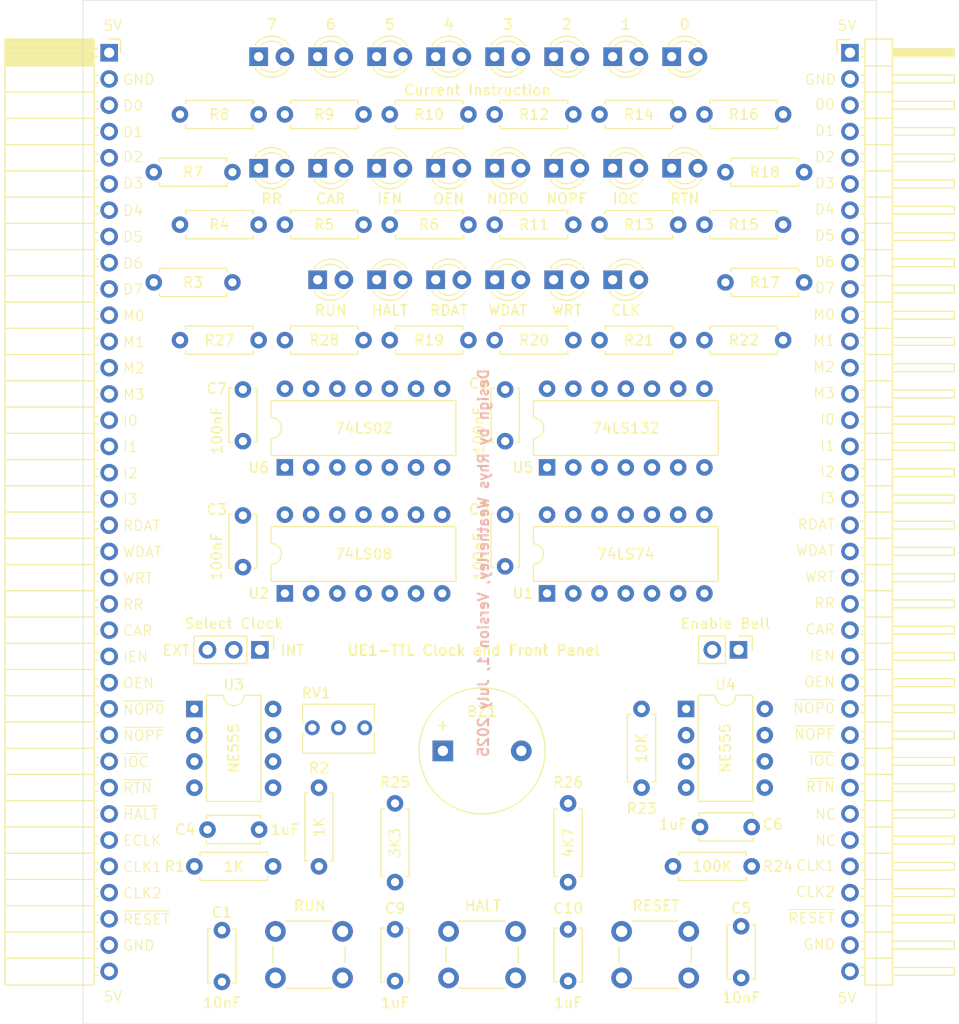
<source format=kicad_pcb>
(kicad_pcb (version 20240108) (generator "pcbnew") (generator_version "8.0")
  (layers (0 "F.Cu" signal) (31 "B.Cu" signal) (34 "B.Paste" user) (35 "F.Paste" user) (36 "B.SilkS" user "B.Silkscreen") (37 "F.SilkS" user "F.Silkscreen") (38 "B.Mask" user) (39 "F.Mask" user) (44 "Edge.Cuts" user))
  (net 0 "")
  (net 1 "GND")
  (net 2 "+5V")
  (net 3 "~{RESET}")
  (net 4 "CLK2")
  (net 5 "OEN")
  (net 6 "~{OP_NOPF}")
  (net 7 "~{OP_RTN}")
  (net 8 "D6")
  (net 9 "D0")
  (net 10 "D5")
  (net 11 "~{OP_IOC}")
  (net 12 "D2")
  (net 13 "MEM0")
  (net 14 "INST2")
  (net 15 "~{OP_NOP0}")
  (net 16 "INST1")
  (net 17 "CAR")
  (net 18 "RR")
  (net 19 "D3")
  (net 20 "INST0")
  (net 21 "MEM2")
  (net 22 "MEM3")
  (net 23 "INST3")
  (net 24 "RD_DATA")
  (net 25 "IEN")
  (net 26 "CLK1")
  (net 27 "WR_DATA")
  (net 28 "D4")
  (net 29 "WRITE")
  (net 30 "MEM1")
  (net 31 "D1")
  (net 32 "D7")
  (net 33 "Net-(U3-CV)")
  (net 34 "Net-(U3-THR)")
  (net 35 "EXT_CLK")
  (net 36 "Net-(D1-A)")
  (net 37 "Net-(D2-A)")
  (net 38 "Net-(JP1-A)")
  (net 39 "Net-(U1B-D)")
  (net 40 "Net-(U1B-Q)")
  (net 41 "Net-(U4-CV)")
  (net 42 "~{RUNNING}")
  (net 43 "Net-(U1B-C)")
  (net 44 "~{HALTED}")
  (net 45 "Net-(U1A-C)")
  (net 46 "Net-(U4-DIS)")
  (net 47 "MAIN_CLK")
  (net 48 "Net-(D3-A)")
  (net 49 "Net-(D4-A)")
  (net 50 "Net-(D5-A)")
  (net 51 "/Run Stop/~{STOP}")
  (net 52 "/Run Stop/~{RUN}")
  (net 53 "Net-(D6-A)")
  (net 54 "Net-(D7-A)")
  (net 55 "Net-(D8-A)")
  (net 56 "Net-(D9-A)")
  (net 57 "Net-(D10-A)")
  (net 58 "Net-(D11-A)")
  (net 59 "Net-(D12-A)")
  (net 60 "Net-(D13-A)")
  (net 61 "Net-(D14-A)")
  (net 62 "Net-(D15-A)")
  (net 63 "Net-(D16-A)")
  (net 64 "Net-(D17-A)")
  (net 65 "Net-(D18-A)")
  (net 66 "Net-(D19-A)")
  (net 67 "Net-(D20-A)")
  (net 68 "Net-(D21-A)")
  (net 69 "Net-(D22-A)")
  (net 70 "Net-(U3-DIS)")
  (net 71 "Net-(R2-Pad2)")
  (net 74 "Net-(C9-Pad1)")
  (net 75 "Net-(C10-Pad1)")
  (net 76 "Net-(U5-Pad3)")
  (net 77 "Net-(U5-Pad10)")
  (net 79 "Net-(BZ1-+)")
  (net 82 "Net-(JP2-B)")
  (footprint "Capacitor_THT:C_Disc_D5.0mm_W2.5mm_P5.00mm" (layer "F.Cu") (at 103.124 85.932 -90)
    (property "Reference" "C7")
    (property "Value" "100nF")
  )
  (footprint "LED_THT:LED_D3.0mm" (layer "F.Cu") (at 116.078 75.311)
    (property "Reference" "D22" (hide yes))
    (property "Value" "HALT")
  )
  (footprint "Capacitor_THT:C_Disc_D5.0mm_W2.5mm_P5.00mm" (layer "F.Cu") (at 134.62 143.176 90)
    (property "Reference" "C10")
    (property "Value" "1uF")
  )
  (footprint "Button_Switch_THT:SW_PUSH_6mm" (layer "F.Cu") (at 106.276 138.375)
    (property "Reference" "SW1" (hide yes))
    (property "Value" "RUN")
  )
  (footprint "Button_Switch_THT:SW_PUSH_6mm" (layer "F.Cu") (at 139.804 138.375)
    (property "Reference" "SW3" (hide yes))
    (property "Value" "RESET")
  )
  (footprint "Capacitor_THT:C_Disc_D5.0mm_W2.5mm_P5.00mm" (layer "F.Cu") (at 128.524 98.044 -90)
    (property "Reference" "C2")
    (property "Value" "100nF")
  )
  (footprint "Buzzer_Beeper:Buzzer_12x9.5RM7.6" (layer "F.Cu") (at 122.49 120.904)
    (property "Reference" "BZ1")
    (property "Value" "Buzzer")
  )
  (footprint "Package_DIP:DIP-14_W7.62mm" (layer "F.Cu") (at 107.188 93.472 90)
    (property "Reference" "U6")
    (property "Value" "74LS02")
  )
  (footprint "MountingHole:MountingHole_3mm" (layer "F.Cu") (at 156.845 52.07)
    (property "Reference" "H2" (hide yes))
    (property "Value" "3mm" (hide yes))
  )
  (footprint "Resistor_THT:R_Axial_DIN0207_L6.3mm_D2.5mm_P7.62mm_Horizontal" (layer "F.Cu") (at 107.188 59.309)
    (property "Reference" "R9")
    (property "Value" "RLED")
  )
  (footprint "Resistor_THT:R_Axial_DIN0207_L6.3mm_D2.5mm_P7.62mm_Horizontal" (layer "F.Cu") (at 110.49 132.08 90)
    (property "Reference" "R2")
    (property "Value" "1K")
  )
  (footprint "Connector_PinSocket_2.54mm:PinSocket_1x36_P2.54mm_Horizontal" (layer "F.Cu") (at 90.17 53.34)
    (property "Reference" "J1" (hide yes))
    (property "Value" "Edge 1")
  )
  (footprint "Resistor_THT:R_Axial_DIN0207_L6.3mm_D2.5mm_P7.62mm_Horizontal" (layer "F.Cu") (at 145.288 81.153 180)
    (property "Reference" "R21")
    (property "Value" "RLED")
  )
  (footprint "Package_DIP:DIP-14_W7.62mm" (layer "F.Cu") (at 132.583 105.664 90)
    (property "Reference" "U1")
    (property "Value" "74LS74")
  )
  (footprint "Package_DIP:DIP-8_W7.62mm" (layer "F.Cu") (at 98.425 116.85)
    (property "Reference" "U3")
    (property "Value" "NE555")
  )
  (footprint "Capacitor_THT:C_Disc_D5.0mm_W2.5mm_P5.00mm" (layer "F.Cu") (at 151.384 137.875 -90)
    (property "Reference" "C5")
    (property "Value" "10nF")
  )
  (footprint "Package_DIP:DIP-14_W7.62mm" (layer "F.Cu") (at 107.188 105.664 90)
    (property "Reference" "U2")
    (property "Value" "74LS08")
  )
  (footprint "MountingHole:MountingHole_3mm" (layer "F.Cu") (at 95.25 143.51)
    (property "Reference" "H4" (hide yes))
    (property "Value" "3mm" (hide yes))
  )
  (footprint "Resistor_THT:R_Axial_DIN0207_L6.3mm_D2.5mm_P7.62mm_Horizontal" (layer "F.Cu") (at 155.448 59.309 180)
    (property "Reference" "R16")
    (property "Value" "RLED")
  )
  (footprint "Resistor_THT:R_Axial_DIN0207_L6.3mm_D2.5mm_P7.62mm_Horizontal" (layer "F.Cu") (at 135.128 69.977 180)
    (property "Reference" "R11")
    (property "Value" "RLED")
  )
  (footprint "Resistor_THT:R_Axial_DIN0207_L6.3mm_D2.5mm_P7.62mm_Horizontal" (layer "F.Cu") (at 155.448 69.977 180)
    (property "Reference" "R15")
    (property "Value" "RLED")
  )
  (footprint "LED_THT:LED_D3.0mm" (layer "F.Cu") (at 116.078 64.516)
    (property "Reference" "D3" (hide yes))
    (property "Value" "IEN")
  )
  (footprint "Resistor_THT:R_Axial_DIN0207_L6.3mm_D2.5mm_P7.62mm_Horizontal" (layer "F.Cu") (at 155.448 81.153 180)
    (property "Reference" "R22")
    (property "Value" "RLED")
  )
  (footprint "Connector_PinHeader_2.54mm:PinHeader_1x03_P2.54mm_Vertical" (layer "F.Cu") (at 104.775 111.125 -90)
    (property "Reference" "JP1" (hide yes))
    (property "Value" "Select Clock")
  )
  (footprint "LED_THT:LED_D3.0mm" (layer "F.Cu") (at 138.938 75.311)
    (property "Reference" "D20" (hide yes))
    (property "Value" "CLK")
  )
  (footprint "Resistor_THT:R_Axial_DIN0207_L6.3mm_D2.5mm_P7.62mm_Horizontal" (layer "F.Cu") (at 117.348 69.977)
    (property "Reference" "R6")
    (property "Value" "RLED")
  )
  (footprint "LED_THT:LED_D3.0mm" (layer "F.Cu") (at 121.793 75.311)
    (property "Reference" "D17" (hide yes))
    (property "Value" "RDAT")
  )
  (footprint "Resistor_THT:R_Axial_DIN0207_L6.3mm_D2.5mm_P7.62mm_Horizontal" (layer "F.Cu") (at 117.348 81.153)
    (property "Reference" "R19")
    (property "Value" "RLED")
  )
  (footprint "Package_DIP:DIP-8_W7.62mm" (layer "F.Cu") (at 146.05 116.84)
    (property "Reference" "U4")
    (property "Value" "NE555")
  )
  (footprint "LED_THT:LED_D3.0mm" (layer "F.Cu") (at 138.938 64.516)
    (property "Reference" "D13" (hide yes))
    (property "Value" "IOC")
  )
  (footprint "LED_THT:LED_D3.0mm" (layer "F.Cu") (at 110.363 64.516)
    (property "Reference" "D2" (hide yes))
    (property "Value" "CAR")
  )
  (footprint "Resistor_THT:R_Axial_DIN0207_L6.3mm_D2.5mm_P7.62mm_Horizontal" (layer "F.Cu") (at 145.288 59.309 180)
    (property "Reference" "R14")
    (property "Value" "RLED")
  )
  (footprint "Resistor_THT:R_Axial_DIN0207_L6.3mm_D2.5mm_P7.62mm_Horizontal" (layer "F.Cu") (at 144.78 132.08)
    (property "Reference" "R24")
    (property "Value" "100K")
  )
  (footprint "LED_THT:LED_D3.0mm" (layer "F.Cu") (at 121.793 64.516)
    (property "Reference" "D4" (hide yes))
    (property "Value" "OEN")
  )
  (footprint "Capacitor_THT:C_Disc_D5.0mm_W2.5mm_P5.00mm" (layer "F.Cu") (at 117.856 143.176 90)
    (property "Reference" "C9")
    (property "Value" "1uF")
  )
  (footprint "Resistor_THT:R_Axial_DIN0207_L6.3mm_D2.5mm_P7.62mm_Horizontal" (layer "F.Cu") (at 97.028 81.153)
    (property "Reference" "R27")
    (property "Value" "RLED")
  )
  (footprint "Resistor_THT:R_Axial_DIN0207_L6.3mm_D2.5mm_P7.62mm_Horizontal" (layer "F.Cu") (at 94.488 64.897)
    (property "Reference" "R7")
    (property "Value" "RLED")
  )
  (footprint "LED_THT:LED_D3.0mm" (layer "F.Cu") (at 110.363 53.721)
    (property "Reference" "D6" (hide yes))
    (property "Value" "INSN6")
  )
  (footprint "LED_THT:LED_D3.0mm" (layer "F.Cu") (at 133.223 64.516)
    (property "Reference" "D11" (hide yes))
    (property "Value" "NOPF")
  )
  (footprint "LED_THT:LED_D3.0mm" (layer "F.Cu") (at 127.508 75.311)
    (property "Reference" "D18" (hide yes))
    (property "Value" "WDAT")
  )
  (footprint "Resistor_THT:R_Axial_DIN0207_L6.3mm_D2.5mm_P7.62mm_Horizontal" (layer "F.Cu") (at 107.188 81.153)
    (property "Reference" "R28")
    (property "Value" "RLED")
  )
  (footprint "Capacitor_THT:C_Disc_D5.0mm_W2.5mm_P5.00mm" (layer "F.Cu") (at 104.695 128.524 180)
    (property "Reference" "C4")
    (property "Value" "1uF")
  )
  (footprint "LED_THT:LED_D3.0mm" (layer "F.Cu") (at 144.653 64.516)
    (property "Reference" "D15" (hide yes))
    (property "Value" "RTN")
  )
  (footprint "LED_THT:LED_D3.0mm" (layer "F.Cu") (at 133.223 53.721)
    (property "Reference" "D12" (hide yes))
    (property "Value" "INSN2")
  )
  (footprint "LED_THT:LED_D3.0mm" (layer "F.Cu") (at 127.508 64.516)
    (property "Reference" "D9" (hide yes))
    (property "Value" "NOP0")
  )
  (footprint "LED_THT:LED_D3.0mm" (layer "F.Cu") (at 104.648 53.721)
    (property "Reference" "D5" (hide yes))
    (property "Value" "INSN7")
  )
  (footprint "Resistor_THT:R_Axial_DIN0207_L6.3mm_D2.5mm_P7.62mm_Horizontal" (layer "F.Cu") (at 97.028 59.309)
    (property "Reference" "R8")
    (property "Value" "RLED")
  )
  (footprint "LED_THT:LED_D3.0mm" (layer "F.Cu") (at 121.793 53.721)
    (property "Reference" "D8" (hide yes))
    (property "Value" "INSN4")
  )
  (footprint "LED_THT:LED_D3.0mm" (layer "F.Cu") (at 104.648 64.516)
    (property "Reference" "D1" (hide yes))
    (property "Value" "RR")
  )
  (footprint "Resistor_THT:R_Axial_DIN0207_L6.3mm_D2.5mm_P7.62mm_Horizontal" (layer "F.Cu") (at 134.62 125.984 -90)
    (property "Reference" "R26")
    (property "Value" "4K7")
  )
  (footprint "LED_THT:LED_D3.0mm" (layer "F.Cu") (at 138.938 53.721)
    (property "Reference" "D14" (hide yes))
    (property "Value" "INSN1")
  )
  (footprint "Capacitor_THT:C_Disc_D5.0mm_W2.5mm_P5.00mm" (layer "F.Cu") (at 101.092 138.256 -90)
    (property "Reference" "C1")
    (property "Value" "10nF")
  )
  (footprint "LED_THT:LED_D3.0mm" (layer "F.Cu") (at 116.078 53.721)
    (property "Reference" "D7" (hide yes))
    (property "Value" "INSN5")
  )
  (footprint "Package_DIP:DIP-14_W7.62mm" (layer "F.Cu") (at 132.588 93.472 90)
    (property "Reference" "U5")
    (property "Value" "74LS132")
  )
  (footprint "Resistor_THT:R_Axial_DIN0207_L6.3mm_D2.5mm_P7.62mm_Horizontal" (layer "F.Cu") (at 94.488 75.565)
    (property "Reference" "R3")
    (property "Value" "RLED")
  )
  (footprint "MountingHole:MountingHole_3mm" (layer "F.Cu") (at 95.25 52.07)
    (property "Reference" "H1" (hide yes))
    (property "Value" "3mm" (hide yes))
  )
  (footprint "Resistor_THT:R_Axial_DIN0207_L6.3mm_D2.5mm_P7.62mm_Horizontal" (layer "F.Cu") (at 145.288 69.977 180)
    (property "Reference" "R13")
    (property "Value" "RLED")
  )
  (footprint "LED_THT:LED_D3.0mm" (layer "F.Cu") (at 144.653 53.721)
    (property "Reference" "D16" (hide yes))
    (property "Value" "INSN0")
  )
  (footprint "Resistor_THT:R_Axial_DIN0207_L6.3mm_D2.5mm_P7.62mm_Horizontal" (layer "F.Cu") (at 157.48 64.897 180)
    (property "Reference" "R18")
    (property "Value" "RLED")
  )
  (footprint "Button_Switch_THT:SW_PUSH_6mm" (layer "F.Cu") (at 123.04 138.375)
    (property "Reference" "SW2" (hide yes))
    (property "Value" "HALT")
  )
  (footprint "Resistor_THT:R_Axial_DIN0207_L6.3mm_D2.5mm_P7.62mm_Horizontal" (layer "F.Cu") (at 157.48 75.565 180)
    (property "Reference" "R17")
    (property "Value" "RLED")
  )
  (footprint "MountingHole:MountingHole_3mm" (layer "F.Cu") (at 156.845 143.51)
    (property "Reference" "H3" (hide yes))
    (property "Value" "3mm" (hide yes))
  )
  (footprint "LED_THT:LED_D3.0mm" (layer "F.Cu") (at 110.363 75.311)
    (property "Reference" "D21" (hide yes))
    (property "Value" "RUN")
  )
  (footprint "Connector_PinHeader_2.54mm:PinHeader_1x36_P2.54mm_Horizontal" (layer "F.Cu") (at 161.925 53.34)
    (property "Reference" "J2" (hide yes))
    (property "Value" "Edge 2")
  )
  (footprint "Resistor_THT:R_Axial_DIN0207_L6.3mm_D2.5mm_P7.62mm_Horizontal" (layer "F.Cu") (at 135.128 59.309 180)
    (property "Reference" "R12")
    (property "Value" "RLED")
  )
  (footprint "Resistor_THT:R_Axial_DIN0207_L6.3mm_D2.5mm_P7.62mm_Horizontal" (layer "F.Cu") (at 117.856 125.984 -90)
    (property "Reference" "R25")
    (property "Value" "3K3")
  )
  (footprint "Resistor_THT:R_Axial_DIN0207_L6.3mm_D2.5mm_P7.62mm_Horizontal" (layer "F.Cu") (at 141.732 124.46 90)
    (property "Reference" "R23")
    (property "Value" "10K")
  )
  (footprint "Resistor_THT:R_Axial_DIN0207_L6.3mm_D2.5mm_P7.62mm_Horizontal" (layer "F.Cu") (at 97.028 69.977)
    (property "Reference" "R4")
    (property "Value" "RLED")
  )
  (footprint "Capacitor_THT:C_Disc_D5.0mm_W2.5mm_P5.00mm" (layer "F.Cu") (at 152.4 128.27 180)
    (property "Reference" "C6")
    (property "Value" "1uF")
  )
  (footprint "LED_THT:LED_D3.0mm" (layer "F.Cu") (at 127.508 53.721)
    (property "Reference" "D10" (hide yes))
    (property "Value" "INSN3")
  )
  (footprint "LED_THT:LED_D3.0mm" (layer "F.Cu") (at 133.223 75.311)
    (property "Reference" "D19" (hide yes))
    (property "Value" "WRT")
  )
  (footprint "Resistor_THT:R_Axial_DIN0207_L6.3mm_D2.5mm_P7.62mm_Horizontal" (layer "F.Cu") (at 117.348 59.309)
    (property "Reference" "R10")
    (property "Value" "RLED")
  )
  (footprint "Capacitor_THT:C_Disc_D5.0mm_W2.5mm_P5.00mm" (layer "F.Cu") (at 103.124 98.124 -90)
    (property "Reference" "C3")
    (property "Value" "100nF")
  )
  (footprint "Capacitor_THT:C_Disc_D5.0mm_W2.5mm_P5.00mm" (layer "F.Cu") (at 128.524 85.932 -90)
    (property "Reference" "C8")
    (property "Value" "100nF")
  )
  (footprint "Potentiometer_THT:Potentiometer_Bourns_3266Y_Vertical" (layer "F.Cu") (at 114.92 118.67)
    (property "Reference" "RV1")
    (property "Value" "1M")
  )
  (footprint "Resistor_THT:R_Axial_DIN0207_L6.3mm_D2.5mm_P7.62mm_Horizontal" (layer "F.Cu") (at 107.188 69.977)
    (property "Reference" "R5")
    (property "Value" "RLED")
  )
  (footprint "Connector_PinHeader_2.54mm:PinHeader_1x02_P2.54mm_Vertical" (layer "F.Cu") (at 151.13 111.125 -90)
    (property "Reference" "JP2" (hide yes))
    (property "Value" "Enable Bell")
  )
  (footprint "Resistor_THT:R_Axial_DIN0207_L6.3mm_D2.5mm_P7.62mm_Horizontal" (layer "F.Cu") (at 135.128 81.153 180)
    (property "Reference" "R20")
    (property "Value" "RLED")
  )
  (footprint "Resistor_THT:R_Axial_DIN0207_L6.3mm_D2.5mm_P7.62mm_Horizontal" (layer "F.Cu") (at 98.425 132.08)
    (property "Reference" "R1")
    (property "Value" "1K")
  )
  (gr_rect (start 87.63 48.26) (end 164.465 147.32) (stroke (width 0.05)) (fill none) (layer "Edge.Cuts"))
  (gr_text "Design by Rhys Weatherley, Version 1, July 2025" (at 127 83.82 90) (layer "B.SilkS") (effects (font (size 1 1) (thickness 0.2) (bold yes)) (justify left bottom mirror)))
  (gr_text "RR" (at 91.44 107.315 0) (layer "F.SilkS") (effects (font (size 1 1) (thickness 0.1)) (justify left bottom)))
  (gr_text "I2" (at 91.44 94.615 0) (layer "F.SilkS") (effects (font (size 1 1) (thickness 0.1)) (justify left bottom)))
  (gr_text "D1" (at 91.44 61.595 0) (layer "F.SilkS") (effects (font (size 1 1) (thickness 0.1)) (justify left bottom)))
  (gr_text "~{HALT}" (at 91.44 127.635 0) (layer "F.SilkS") (effects (font (size 1 1) (thickness 0.1)) (justify left bottom)))
  (gr_text "D6" (at 91.44 74.295 0) (layer "F.SilkS") (effects (font (size 1 1) (thickness 0.1)) (justify left bottom)))
  (gr_text "I0" (at 91.44 89.535 0) (layer "F.SilkS") (effects (font (size 1 1) (thickness 0.1)) (justify left bottom)))
  (gr_text "WRT" (at 91.44 104.775 0) (layer "F.SilkS") (effects (font (size 1 1) (thickness 0.1)) (justify left bottom)))
  (gr_text "RR" (at 160.528 107.188 0) (layer "F.SilkS") (effects (font (size 1 1) (thickness 0.1)) (justify right bottom)))
  (gr_text "1" (at 140.208 51.181 0) (layer "F.SilkS") (effects (font (size 1 1)) (justify bottom)))
  (gr_text "M2" (at 160.528 84.328 0) (layer "F.SilkS") (effects (font (size 1 1) (thickness 0.1)) (justify right bottom)))
  (gr_text "I0" (at 160.528 89.408 0) (layer "F.SilkS") (effects (font (size 1 1) (thickness 0.1)) (justify right bottom)))
  (gr_text "I3" (at 91.44 97.155 0) (layer "F.SilkS") (effects (font (size 1 1) (thickness 0.1)) (justify left bottom)))
  (gr_text "D2" (at 91.44 64.008 0) (layer "F.SilkS") (effects (font (size 1 1) (thickness 0.1)) (justify left bottom)))
  (gr_text "M3" (at 91.44 86.995 0) (layer "F.SilkS") (effects (font (size 1 1) (thickness 0.1)) (justify left bottom)))
  (gr_text "ECLK" (at 91.44 130.175 0) (layer "F.SilkS") (effects (font (size 1 1) (thickness 0.1)) (justify left bottom)))
  (gr_text "I3" (at 160.528 97.028 0) (layer "F.SilkS") (effects (font (size 1 1) (thickness 0.1)) (justify right bottom)))
  (gr_text "OEN" (at 91.44 114.935 0) (layer "F.SilkS") (effects (font (size 1 1) (thickness 0.1)) (justify left bottom)))
  (gr_text "D6" (at 160.528 74.168 0) (layer "F.SilkS") (effects (font (size 1 1) (thickness 0.1)) (justify right bottom)))
  (gr_text "CLK1" (at 160.528 132.588 0) (layer "F.SilkS") (effects (font (size 1 1) (thickness 0.1)) (justify right bottom)))
  (gr_text "WDAT" (at 91.44 102.235 0) (layer "F.SilkS") (effects (font (size 1 1) (thickness 0.1)) (justify left bottom)))
  (gr_text "D4" (at 160.528 69.088 0) (layer "F.SilkS") (effects (font (size 1 1) (thickness 0.1)) (justify right bottom)))
  (gr_text "D2" (at 160.528 64.008 0) (layer "F.SilkS") (effects (font (size 1 1) (thickness 0.1)) (justify right bottom)))
  (gr_text "D5" (at 91.44 71.755 0) (layer "F.SilkS") (effects (font (size 1 1) (thickness 0.1)) (justify left bottom)))
  (gr_text "~{IOC}" (at 160.528 122.428 0) (layer "F.SilkS") (effects (font (size 1 1) (thickness 0.1)) (justify right bottom)))
  (gr_text "0" (at 145.923 51.181 0) (layer "F.SilkS") (effects (font (size 1 1)) (justify bottom)))
  (gr_text "5V" (at 160.655 51.308 0) (layer "F.SilkS") (effects (font (size 1 1) (thickness 0.1)) (justify left bottom)))
  (gr_text "D7" (at 160.528 76.708 0) (layer "F.SilkS") (effects (font (size 1 1) (thickness 0.1)) (justify right bottom)))
  (gr_text "CLK2" (at 91.44 135.255 0) (layer "F.SilkS") (effects (font (size 1 1) (thickness 0.1)) (justify left bottom)))
  (gr_text "I1" (at 91.44 92.075 0) (layer "F.SilkS") (effects (font (size 1 1) (thickness 0.1)) (justify left bottom)))
  (gr_text "NC" (at 160.655 127.635 0) (layer "F.SilkS") (effects (font (size 1 1) (thickness 0.1)) (justify right bottom)))
  (gr_text "GND" (at 91.44 56.515 0) (layer "F.SilkS") (effects (font (size 1 1) (thickness 0.1)) (justify left bottom)))
  (gr_text "Current Instruction" (at 118.618 57.531 0) (layer "F.SilkS") (effects (font (size 1 1)) (justify left bottom)))
  (gr_text "CAR" (at 160.528 109.728 0) (layer "F.SilkS") (effects (font (size 1 1) (thickness 0.1)) (justify right bottom)))
  (gr_text "D1" (at 160.528 61.468 0) (layer "F.SilkS") (effects (font (size 1 1) (thickness 0.1)) (justify right bottom)))
  (gr_text "M0" (at 91.44 79.375 0) (layer "F.SilkS") (effects (font (size 1 1) (thickness 0.1)) (justify left bottom)))
  (gr_text "D5" (at 160.528 71.628 0) (layer "F.SilkS") (effects (font (size 1 1) (thickness 0.1)) (justify right bottom)))
  (gr_text "OEN" (at 160.528 114.808 0) (layer "F.SilkS") (effects (font (size 1 1) (thickness 0.1)) (justify right bottom)))
  (gr_text "RDAT" (at 160.528 99.568 0) (layer "F.SilkS") (effects (font (size 1 1) (thickness 0.1)) (justify right bottom)))
  (gr_text "4" (at 123.063 51.181 0) (layer "F.SilkS") (effects (font (size 1 1)) (justify bottom)))
  (gr_text "3" (at 128.778 51.181 0) (layer "F.SilkS") (effects (font (size 1 1)) (justify bottom)))
  (gr_text "IEN" (at 91.44 112.395 0) (layer "F.SilkS") (effects (font (size 1 1) (thickness 0.1)) (justify left bottom)))
  (gr_text "D3" (at 160.528 66.548 0) (layer "F.SilkS") (effects (font (size 1 1) (thickness 0.1)) (justify right bottom)))
  (gr_text "CAR" (at 91.44 109.855 0) (layer "F.SilkS") (effects (font (size 1 1) (thickness 0.1)) (justify left bottom)))
  (gr_text "IEN" (at 160.528 112.268 0) (layer "F.SilkS") (effects (font (size 1 1) (thickness 0.1)) (justify right bottom)))
  (gr_text "CLK1" (at 91.44 132.715 0) (layer "F.SilkS") (effects (font (size 1 1) (thickness 0.1)) (justify left bottom)))
  (gr_text "6" (at 111.633 51.181 0) (layer "F.SilkS") (effects (font (size 1 1)) (justify bottom)))
  (gr_text "5V" (at 160.655 145.415 0) (layer "F.SilkS") (effects (font (size 1 1) (thickness 0.1)) (justify left bottom)))
  (gr_text "GND" (at 91.44 140.335 0) (layer "F.SilkS") (effects (font (size 1 1) (thickness 0.1)) (justify left bottom)))
  (gr_text "5" (at 117.348 51.181 0) (layer "F.SilkS") (effects (font (size 1 1)) (justify bottom)))
  (gr_text "D7" (at 91.44 76.835 0) (layer "F.SilkS") (effects (font (size 1 1) (thickness 0.1)) (justify left bottom)))
  (gr_text "5V" (at 89.535 145.288 0) (layer "F.SilkS") (effects (font (size 1 1) (thickness 0.1)) (justify left bottom)))
  (gr_text "NC" (at 160.655 130.175 0) (layer "F.SilkS") (effects (font (size 1 1) (thickness 0.1)) (justify right bottom)))
  (gr_text "M1" (at 91.44 81.915 0) (layer "F.SilkS") (effects (font (size 1 1) (thickness 0.1)) (justify left bottom)))
  (gr_text "M0" (at 160.528 79.248 0) (layer "F.SilkS") (effects (font (size 1 1) (thickness 0.1)) (justify right bottom)))
  (gr_text "WDAT" (at 160.528 102.108 0) (layer "F.SilkS") (effects (font (size 1 1) (thickness 0.1)) (justify right bottom)))
  (gr_text "INT" (at 106.68 111.76 0) (layer "F.SilkS") (effects (font (size 1 1)) (justify left bottom)))
  (gr_text "GND" (at 160.528 140.208 0) (layer "F.SilkS") (effects (font (size 1 1) (thickness 0.1)) (justify right bottom)))
  (gr_text "M2" (at 91.44 84.455 0) (layer "F.SilkS") (effects (font (size 1 1) (thickness 0.1)) (justify left bottom)))
  (gr_text "I2" (at 160.528 94.488 0) (layer "F.SilkS") (effects (font (size 1 1) (thickness 0.1)) (justify right bottom)))
  (gr_text "I1" (at 160.528 91.948 0) (layer "F.SilkS") (effects (font (size 1 1) (thickness 0.1)) (justify right bottom)))
  (gr_text "~{RTN}" (at 160.528 124.968 0) (layer "F.SilkS") (effects (font (size 1 1) (thickness 0.1)) (justify right bottom)))
  (gr_text "2" (at 134.493 51.181 0) (layer "F.SilkS") (effects (font (size 1 1)) (justify bottom)))
  (gr_text "7" (at 105.918 51.181 0) (layer "F.SilkS") (effects (font (size 1 1)) (justify bottom)))
  (gr_text "~{NOP0}" (at 91.44 117.475 0) (layer "F.SilkS") (effects (font (size 1 1) (thickness 0.1)) (justify left bottom)))
  (gr_text "D3" (at 91.44 66.548 0) (layer "F.SilkS") (effects (font (size 1 1) (thickness 0.1)) (justify left bottom)))
  (gr_text "CLK2" (at 160.528 135.128 0) (layer "F.SilkS") (effects (font (size 1 1) (thickness 0.1)) (justify right bottom)))
  (gr_text "D0" (at 160.528 58.928 0) (layer "F.SilkS") (effects (font (size 1 1) (thickness 0.1)) (justify right bottom)))
  (gr_text "~{RESET}" (at 160.528 137.668 0) (layer "F.SilkS") (effects (font (size 1 1) (thickness 0.1)) (justify right bottom)))
  (gr_text "~{RTN}" (at 91.44 125.095 0) (layer "F.SilkS") (effects (font (size 1 1) (thickness 0.1)) (justify left bottom)))
  (gr_text "M1" (at 160.528 81.788 0) (layer "F.SilkS") (effects (font (size 1 1) (thickness 0.1)) (justify right bottom)))
  (gr_text "~{IOC}" (at 91.44 122.555 0) (layer "F.SilkS") (effects (font (size 1 1) (thickness 0.1)) (justify left bottom)))
  (gr_text "~{NOPF}" (at 91.44 120.015 0) (layer "F.SilkS") (effects (font (size 1 1) (thickness 0.1)) (justify left bottom)))
  (gr_text "M3" (at 160.528 86.868 0) (layer "F.SilkS") (effects (font (size 1 1) (thickness 0.1)) (justify right bottom)))
  (gr_text "RDAT" (at 91.44 99.695 0) (layer "F.SilkS") (effects (font (size 1 1) (thickness 0.1)) (justify left bottom)))
  (gr_text "D0" (at 91.44 59.055 0) (layer "F.SilkS") (effects (font (size 1 1) (thickness 0.1)) (justify left bottom)))
  (gr_text "5V" (at 89.535 51.308 0) (layer "F.SilkS") (effects (font (size 1 1) (thickness 0.1)) (justify left bottom)))
  (gr_text "~{RESET}" (at 91.44 137.795 0) (layer "F.SilkS") (effects (font (size 1 1) (thickness 0.1)) (justify left bottom)))
  (gr_text "WRT" (at 160.528 104.648 0) (layer "F.SilkS") (effects (font (size 1 1) (thickness 0.1)) (justify right bottom)))
  (gr_text "GND" (at 160.655 56.515 0) (layer "F.SilkS") (effects (font (size 1 1) (thickness 0.1)) (justify right bottom)))
  (gr_text "~{NOP0}" (at 160.528 117.348 0) (layer "F.SilkS") (effects (font (size 1 1) (thickness 0.1)) (justify right bottom)))
  (gr_text "~{NOPF}" (at 160.528 119.888 0) (layer "F.SilkS") (effects (font (size 1 1) (thickness 0.1)) (justify right bottom)))
  (gr_text "D4" (at 91.44 69.215 0) (layer "F.SilkS") (effects (font (size 1 1) (thickness 0.1)) (justify left bottom)))
  (gr_text "UE1-TTL Clock and Front Panel" (at 125.476 111.76 0) (layer "F.SilkS") (effects (font (size 1 1) (thickness 0.2) (bold yes)) (justify bottom)))
  (gr_text "EXT" (at 95.25 111.76 0) (layer "F.SilkS") (effects (font (size 1 1)) (justify left bottom)))
)
</source>
